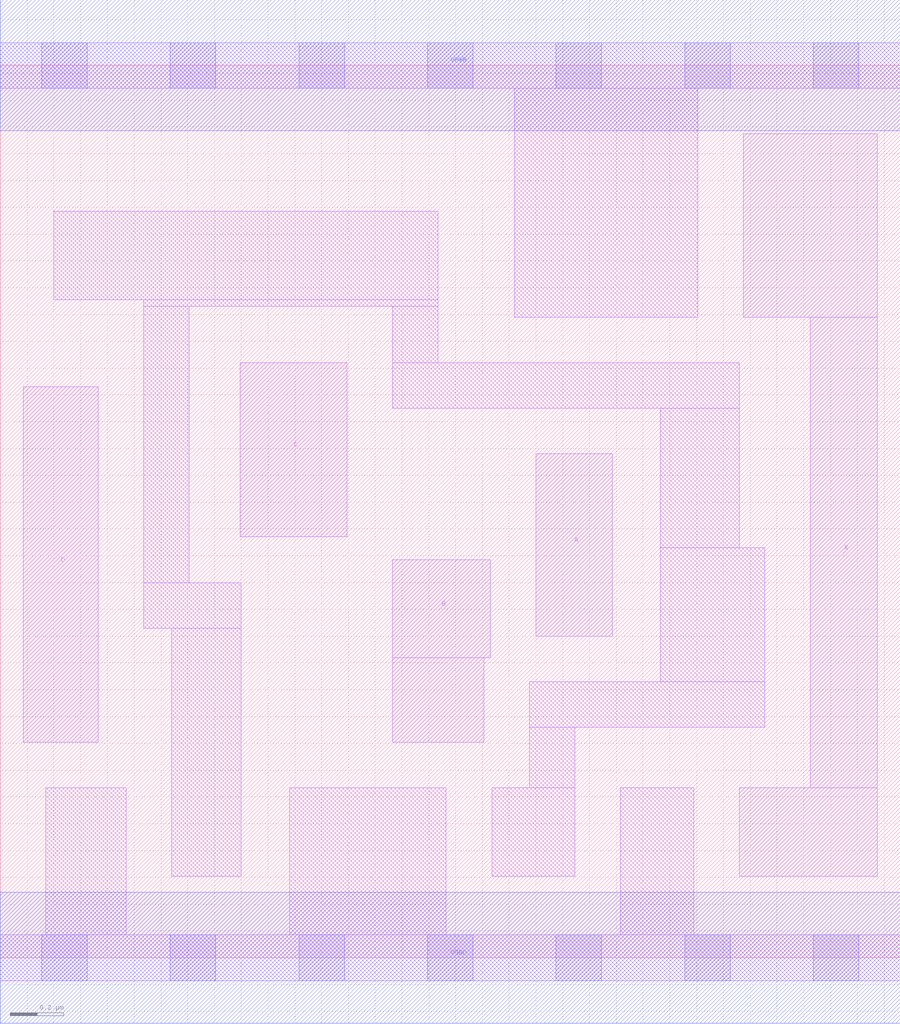
<source format=lef>
# Copyright 2020 The SkyWater PDK Authors
#
# Licensed under the Apache License, Version 2.0 (the "License");
# you may not use this file except in compliance with the License.
# You may obtain a copy of the License at
#
#     https://www.apache.org/licenses/LICENSE-2.0
#
# Unless required by applicable law or agreed to in writing, software
# distributed under the License is distributed on an "AS IS" BASIS,
# WITHOUT WARRANTIES OR CONDITIONS OF ANY KIND, either express or implied.
# See the License for the specific language governing permissions and
# limitations under the License.
#
# SPDX-License-Identifier: Apache-2.0

VERSION 5.7 ;
  NAMESCASESENSITIVE ON ;
  NOWIREEXTENSIONATPIN ON ;
  DIVIDERCHAR "/" ;
  BUSBITCHARS "[]" ;
UNITS
  DATABASE MICRONS 200 ;
END UNITS
MACRO sky130_fd_sc_lp__or4_0
  CLASS CORE ;
  FOREIGN sky130_fd_sc_lp__or4_0 ;
  ORIGIN  0.000000  0.000000 ;
  SIZE  3.360000 BY  3.330000 ;
  SYMMETRY X Y R90 ;
  SITE unit ;
  PIN A
    ANTENNAGATEAREA  0.126000 ;
    DIRECTION INPUT ;
    USE SIGNAL ;
    PORT
      LAYER li1 ;
        RECT 2.000000 1.200000 2.285000 1.880000 ;
    END
  END A
  PIN B
    ANTENNAGATEAREA  0.126000 ;
    DIRECTION INPUT ;
    USE SIGNAL ;
    PORT
      LAYER li1 ;
        RECT 1.465000 0.805000 1.805000 1.120000 ;
        RECT 1.465000 1.120000 1.830000 1.485000 ;
    END
  END B
  PIN C
    ANTENNAGATEAREA  0.126000 ;
    DIRECTION INPUT ;
    USE SIGNAL ;
    PORT
      LAYER li1 ;
        RECT 0.895000 1.570000 1.295000 2.220000 ;
    END
  END C
  PIN D
    ANTENNAGATEAREA  0.126000 ;
    DIRECTION INPUT ;
    USE SIGNAL ;
    PORT
      LAYER li1 ;
        RECT 0.085000 0.805000 0.365000 2.130000 ;
    END
  END D
  PIN X
    ANTENNADIFFAREA  0.299800 ;
    DIRECTION OUTPUT ;
    USE SIGNAL ;
    PORT
      LAYER li1 ;
        RECT 2.760000 0.305000 3.275000 0.635000 ;
        RECT 2.775000 2.390000 3.275000 3.075000 ;
        RECT 3.025000 0.635000 3.275000 2.390000 ;
    END
  END X
  PIN VGND
    DIRECTION INOUT ;
    USE GROUND ;
    PORT
      LAYER met1 ;
        RECT 0.000000 -0.245000 3.360000 0.245000 ;
    END
  END VGND
  PIN VPWR
    DIRECTION INOUT ;
    USE POWER ;
    PORT
      LAYER met1 ;
        RECT 0.000000 3.085000 3.360000 3.575000 ;
    END
  END VPWR
  OBS
    LAYER li1 ;
      RECT 0.000000 -0.085000 3.360000 0.085000 ;
      RECT 0.000000  3.245000 3.360000 3.415000 ;
      RECT 0.170000  0.085000 0.470000 0.635000 ;
      RECT 0.200000  2.455000 1.635000 2.785000 ;
      RECT 0.535000  1.230000 0.900000 1.400000 ;
      RECT 0.535000  1.400000 0.705000 2.430000 ;
      RECT 0.535000  2.430000 1.635000 2.455000 ;
      RECT 0.640000  0.305000 0.900000 1.230000 ;
      RECT 1.080000  0.085000 1.665000 0.635000 ;
      RECT 1.465000  2.050000 2.760000 2.220000 ;
      RECT 1.465000  2.220000 1.635000 2.430000 ;
      RECT 1.835000  0.305000 2.145000 0.635000 ;
      RECT 1.920000  2.390000 2.605000 3.245000 ;
      RECT 1.975000  0.635000 2.145000 0.860000 ;
      RECT 1.975000  0.860000 2.855000 1.030000 ;
      RECT 2.315000  0.085000 2.590000 0.635000 ;
      RECT 2.465000  1.030000 2.855000 1.530000 ;
      RECT 2.465000  1.530000 2.760000 2.050000 ;
    LAYER mcon ;
      RECT 0.155000 -0.085000 0.325000 0.085000 ;
      RECT 0.155000  3.245000 0.325000 3.415000 ;
      RECT 0.635000 -0.085000 0.805000 0.085000 ;
      RECT 0.635000  3.245000 0.805000 3.415000 ;
      RECT 1.115000 -0.085000 1.285000 0.085000 ;
      RECT 1.115000  3.245000 1.285000 3.415000 ;
      RECT 1.595000 -0.085000 1.765000 0.085000 ;
      RECT 1.595000  3.245000 1.765000 3.415000 ;
      RECT 2.075000 -0.085000 2.245000 0.085000 ;
      RECT 2.075000  3.245000 2.245000 3.415000 ;
      RECT 2.555000 -0.085000 2.725000 0.085000 ;
      RECT 2.555000  3.245000 2.725000 3.415000 ;
      RECT 3.035000 -0.085000 3.205000 0.085000 ;
      RECT 3.035000  3.245000 3.205000 3.415000 ;
  END
END sky130_fd_sc_lp__or4_0
END LIBRARY

</source>
